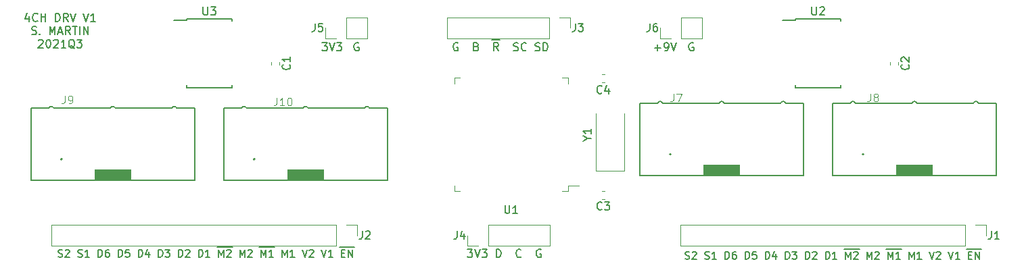
<source format=gbr>
%TF.GenerationSoftware,KiCad,Pcbnew,5.1.9+dfsg1-1*%
%TF.CreationDate,2021-08-18T14:47:46-04:00*%
%TF.ProjectId,custom_toothbrush_board,63757374-6f6d-45f7-946f-6f7468627275,rev?*%
%TF.SameCoordinates,Original*%
%TF.FileFunction,Legend,Top*%
%TF.FilePolarity,Positive*%
%FSLAX46Y46*%
G04 Gerber Fmt 4.6, Leading zero omitted, Abs format (unit mm)*
G04 Created by KiCad (PCBNEW 5.1.9+dfsg1-1) date 2021-08-18 14:47:46*
%MOMM*%
%LPD*%
G01*
G04 APERTURE LIST*
%ADD10C,0.150000*%
%ADD11C,0.120000*%
%ADD12C,0.200000*%
%ADD13C,0.100000*%
%ADD14C,0.081280*%
G04 APERTURE END LIST*
D10*
X18562090Y-72511254D02*
X18694533Y-72555402D01*
X18915271Y-72555402D01*
X19003566Y-72511254D01*
X19047714Y-72467107D01*
X19091861Y-72378811D01*
X19091861Y-72290516D01*
X19047714Y-72202221D01*
X19003566Y-72158073D01*
X18915271Y-72113926D01*
X18738680Y-72069778D01*
X18650385Y-72025630D01*
X18606238Y-71981483D01*
X18562090Y-71893188D01*
X18562090Y-71804892D01*
X18606238Y-71716597D01*
X18650385Y-71672450D01*
X18738680Y-71628302D01*
X18959419Y-71628302D01*
X19091861Y-71672450D01*
X19445042Y-71716597D02*
X19489190Y-71672450D01*
X19577485Y-71628302D01*
X19798223Y-71628302D01*
X19886519Y-71672450D01*
X19930666Y-71716597D01*
X19974814Y-71804892D01*
X19974814Y-71893188D01*
X19930666Y-72025630D01*
X19400895Y-72555402D01*
X19974814Y-72555402D01*
X21034357Y-72511254D02*
X21166800Y-72555402D01*
X21387538Y-72555402D01*
X21475833Y-72511254D01*
X21519980Y-72467107D01*
X21564128Y-72378811D01*
X21564128Y-72290516D01*
X21519980Y-72202221D01*
X21475833Y-72158073D01*
X21387538Y-72113926D01*
X21210947Y-72069778D01*
X21122652Y-72025630D01*
X21078504Y-71981483D01*
X21034357Y-71893188D01*
X21034357Y-71804892D01*
X21078504Y-71716597D01*
X21122652Y-71672450D01*
X21210947Y-71628302D01*
X21431685Y-71628302D01*
X21564128Y-71672450D01*
X22447080Y-72555402D02*
X21917309Y-72555402D01*
X22182195Y-72555402D02*
X22182195Y-71628302D01*
X22093900Y-71760745D01*
X22005604Y-71849040D01*
X21917309Y-71893188D01*
X23550771Y-72555402D02*
X23550771Y-71628302D01*
X23771509Y-71628302D01*
X23903952Y-71672450D01*
X23992247Y-71760745D01*
X24036395Y-71849040D01*
X24080542Y-72025630D01*
X24080542Y-72158073D01*
X24036395Y-72334664D01*
X23992247Y-72422959D01*
X23903952Y-72511254D01*
X23771509Y-72555402D01*
X23550771Y-72555402D01*
X24875200Y-71628302D02*
X24698609Y-71628302D01*
X24610314Y-71672450D01*
X24566166Y-71716597D01*
X24477871Y-71849040D01*
X24433723Y-72025630D01*
X24433723Y-72378811D01*
X24477871Y-72467107D01*
X24522019Y-72511254D01*
X24610314Y-72555402D01*
X24786904Y-72555402D01*
X24875200Y-72511254D01*
X24919347Y-72467107D01*
X24963495Y-72378811D01*
X24963495Y-72158073D01*
X24919347Y-72069778D01*
X24875200Y-72025630D01*
X24786904Y-71981483D01*
X24610314Y-71981483D01*
X24522019Y-72025630D01*
X24477871Y-72069778D01*
X24433723Y-72158073D01*
X26067185Y-72555402D02*
X26067185Y-71628302D01*
X26287923Y-71628302D01*
X26420366Y-71672450D01*
X26508661Y-71760745D01*
X26552809Y-71849040D01*
X26596957Y-72025630D01*
X26596957Y-72158073D01*
X26552809Y-72334664D01*
X26508661Y-72422959D01*
X26420366Y-72511254D01*
X26287923Y-72555402D01*
X26067185Y-72555402D01*
X27435761Y-71628302D02*
X26994285Y-71628302D01*
X26950138Y-72069778D01*
X26994285Y-72025630D01*
X27082580Y-71981483D01*
X27303319Y-71981483D01*
X27391614Y-72025630D01*
X27435761Y-72069778D01*
X27479909Y-72158073D01*
X27479909Y-72378811D01*
X27435761Y-72467107D01*
X27391614Y-72511254D01*
X27303319Y-72555402D01*
X27082580Y-72555402D01*
X26994285Y-72511254D01*
X26950138Y-72467107D01*
X28583600Y-72555402D02*
X28583600Y-71628302D01*
X28804338Y-71628302D01*
X28936780Y-71672450D01*
X29025076Y-71760745D01*
X29069223Y-71849040D01*
X29113371Y-72025630D01*
X29113371Y-72158073D01*
X29069223Y-72334664D01*
X29025076Y-72422959D01*
X28936780Y-72511254D01*
X28804338Y-72555402D01*
X28583600Y-72555402D01*
X29908028Y-71937335D02*
X29908028Y-72555402D01*
X29687290Y-71584154D02*
X29466552Y-72246369D01*
X30040471Y-72246369D01*
X31100014Y-72555402D02*
X31100014Y-71628302D01*
X31320752Y-71628302D01*
X31453195Y-71672450D01*
X31541490Y-71760745D01*
X31585638Y-71849040D01*
X31629785Y-72025630D01*
X31629785Y-72158073D01*
X31585638Y-72334664D01*
X31541490Y-72422959D01*
X31453195Y-72511254D01*
X31320752Y-72555402D01*
X31100014Y-72555402D01*
X31938819Y-71628302D02*
X32512738Y-71628302D01*
X32203704Y-71981483D01*
X32336147Y-71981483D01*
X32424442Y-72025630D01*
X32468590Y-72069778D01*
X32512738Y-72158073D01*
X32512738Y-72378811D01*
X32468590Y-72467107D01*
X32424442Y-72511254D01*
X32336147Y-72555402D01*
X32071261Y-72555402D01*
X31982966Y-72511254D01*
X31938819Y-72467107D01*
X33616428Y-72555402D02*
X33616428Y-71628302D01*
X33837166Y-71628302D01*
X33969609Y-71672450D01*
X34057904Y-71760745D01*
X34102052Y-71849040D01*
X34146200Y-72025630D01*
X34146200Y-72158073D01*
X34102052Y-72334664D01*
X34057904Y-72422959D01*
X33969609Y-72511254D01*
X33837166Y-72555402D01*
X33616428Y-72555402D01*
X34499380Y-71716597D02*
X34543528Y-71672450D01*
X34631823Y-71628302D01*
X34852561Y-71628302D01*
X34940857Y-71672450D01*
X34985004Y-71716597D01*
X35029152Y-71804892D01*
X35029152Y-71893188D01*
X34985004Y-72025630D01*
X34455233Y-72555402D01*
X35029152Y-72555402D01*
X36132842Y-72555402D02*
X36132842Y-71628302D01*
X36353580Y-71628302D01*
X36486023Y-71672450D01*
X36574319Y-71760745D01*
X36618466Y-71849040D01*
X36662614Y-72025630D01*
X36662614Y-72158073D01*
X36618466Y-72334664D01*
X36574319Y-72422959D01*
X36486023Y-72511254D01*
X36353580Y-72555402D01*
X36132842Y-72555402D01*
X37545566Y-72555402D02*
X37015795Y-72555402D01*
X37280680Y-72555402D02*
X37280680Y-71628302D01*
X37192385Y-71760745D01*
X37104090Y-71849040D01*
X37015795Y-71893188D01*
X38428519Y-71273488D02*
X39488061Y-71273488D01*
X38649257Y-72555402D02*
X38649257Y-71628302D01*
X38958290Y-72290516D01*
X39267323Y-71628302D01*
X39267323Y-72555402D01*
X39488061Y-71273488D02*
X40371014Y-71273488D01*
X39664652Y-71716597D02*
X39708800Y-71672450D01*
X39797095Y-71628302D01*
X40017833Y-71628302D01*
X40106128Y-71672450D01*
X40150276Y-71716597D01*
X40194423Y-71804892D01*
X40194423Y-71893188D01*
X40150276Y-72025630D01*
X39620504Y-72555402D01*
X40194423Y-72555402D01*
X41298114Y-72555402D02*
X41298114Y-71628302D01*
X41607147Y-72290516D01*
X41916180Y-71628302D01*
X41916180Y-72555402D01*
X42313509Y-71716597D02*
X42357657Y-71672450D01*
X42445952Y-71628302D01*
X42666690Y-71628302D01*
X42754985Y-71672450D01*
X42799133Y-71716597D01*
X42843280Y-71804892D01*
X42843280Y-71893188D01*
X42799133Y-72025630D01*
X42269361Y-72555402D01*
X42843280Y-72555402D01*
X43726233Y-71273488D02*
X44785776Y-71273488D01*
X43946971Y-72555402D02*
X43946971Y-71628302D01*
X44256004Y-72290516D01*
X44565038Y-71628302D01*
X44565038Y-72555402D01*
X44785776Y-71273488D02*
X45668728Y-71273488D01*
X45492138Y-72555402D02*
X44962366Y-72555402D01*
X45227252Y-72555402D02*
X45227252Y-71628302D01*
X45138957Y-71760745D01*
X45050661Y-71849040D01*
X44962366Y-71893188D01*
X46595828Y-72555402D02*
X46595828Y-71628302D01*
X46904861Y-72290516D01*
X47213895Y-71628302D01*
X47213895Y-72555402D01*
X48140995Y-72555402D02*
X47611223Y-72555402D01*
X47876109Y-72555402D02*
X47876109Y-71628302D01*
X47787814Y-71760745D01*
X47699519Y-71849040D01*
X47611223Y-71893188D01*
X49112242Y-71628302D02*
X49421276Y-72555402D01*
X49730309Y-71628302D01*
X49995195Y-71716597D02*
X50039342Y-71672450D01*
X50127638Y-71628302D01*
X50348376Y-71628302D01*
X50436671Y-71672450D01*
X50480819Y-71716597D01*
X50524966Y-71804892D01*
X50524966Y-71893188D01*
X50480819Y-72025630D01*
X49951047Y-72555402D01*
X50524966Y-72555402D01*
X51496214Y-71628302D02*
X51805247Y-72555402D01*
X52114280Y-71628302D01*
X52908938Y-72555402D02*
X52379166Y-72555402D01*
X52644052Y-72555402D02*
X52644052Y-71628302D01*
X52555757Y-71760745D01*
X52467461Y-71849040D01*
X52379166Y-71893188D01*
X53791890Y-71273488D02*
X54630695Y-71273488D01*
X54012628Y-72069778D02*
X54321661Y-72069778D01*
X54454104Y-72555402D02*
X54012628Y-72555402D01*
X54012628Y-71628302D01*
X54454104Y-71628302D01*
X54630695Y-71273488D02*
X55601942Y-71273488D01*
X54851433Y-72555402D02*
X54851433Y-71628302D01*
X55381204Y-72555402D01*
X55381204Y-71628302D01*
X97048090Y-72765254D02*
X97180533Y-72809402D01*
X97401271Y-72809402D01*
X97489566Y-72765254D01*
X97533714Y-72721107D01*
X97577861Y-72632811D01*
X97577861Y-72544516D01*
X97533714Y-72456221D01*
X97489566Y-72412073D01*
X97401271Y-72367926D01*
X97224680Y-72323778D01*
X97136385Y-72279630D01*
X97092238Y-72235483D01*
X97048090Y-72147188D01*
X97048090Y-72058892D01*
X97092238Y-71970597D01*
X97136385Y-71926450D01*
X97224680Y-71882302D01*
X97445419Y-71882302D01*
X97577861Y-71926450D01*
X97931042Y-71970597D02*
X97975190Y-71926450D01*
X98063485Y-71882302D01*
X98284223Y-71882302D01*
X98372519Y-71926450D01*
X98416666Y-71970597D01*
X98460814Y-72058892D01*
X98460814Y-72147188D01*
X98416666Y-72279630D01*
X97886895Y-72809402D01*
X98460814Y-72809402D01*
X99520357Y-72765254D02*
X99652800Y-72809402D01*
X99873538Y-72809402D01*
X99961833Y-72765254D01*
X100005980Y-72721107D01*
X100050128Y-72632811D01*
X100050128Y-72544516D01*
X100005980Y-72456221D01*
X99961833Y-72412073D01*
X99873538Y-72367926D01*
X99696947Y-72323778D01*
X99608652Y-72279630D01*
X99564504Y-72235483D01*
X99520357Y-72147188D01*
X99520357Y-72058892D01*
X99564504Y-71970597D01*
X99608652Y-71926450D01*
X99696947Y-71882302D01*
X99917685Y-71882302D01*
X100050128Y-71926450D01*
X100933080Y-72809402D02*
X100403309Y-72809402D01*
X100668195Y-72809402D02*
X100668195Y-71882302D01*
X100579900Y-72014745D01*
X100491604Y-72103040D01*
X100403309Y-72147188D01*
X102036771Y-72809402D02*
X102036771Y-71882302D01*
X102257509Y-71882302D01*
X102389952Y-71926450D01*
X102478247Y-72014745D01*
X102522395Y-72103040D01*
X102566542Y-72279630D01*
X102566542Y-72412073D01*
X102522395Y-72588664D01*
X102478247Y-72676959D01*
X102389952Y-72765254D01*
X102257509Y-72809402D01*
X102036771Y-72809402D01*
X103361200Y-71882302D02*
X103184609Y-71882302D01*
X103096314Y-71926450D01*
X103052166Y-71970597D01*
X102963871Y-72103040D01*
X102919723Y-72279630D01*
X102919723Y-72632811D01*
X102963871Y-72721107D01*
X103008019Y-72765254D01*
X103096314Y-72809402D01*
X103272904Y-72809402D01*
X103361200Y-72765254D01*
X103405347Y-72721107D01*
X103449495Y-72632811D01*
X103449495Y-72412073D01*
X103405347Y-72323778D01*
X103361200Y-72279630D01*
X103272904Y-72235483D01*
X103096314Y-72235483D01*
X103008019Y-72279630D01*
X102963871Y-72323778D01*
X102919723Y-72412073D01*
X104553185Y-72809402D02*
X104553185Y-71882302D01*
X104773923Y-71882302D01*
X104906366Y-71926450D01*
X104994661Y-72014745D01*
X105038809Y-72103040D01*
X105082957Y-72279630D01*
X105082957Y-72412073D01*
X105038809Y-72588664D01*
X104994661Y-72676959D01*
X104906366Y-72765254D01*
X104773923Y-72809402D01*
X104553185Y-72809402D01*
X105921761Y-71882302D02*
X105480285Y-71882302D01*
X105436138Y-72323778D01*
X105480285Y-72279630D01*
X105568580Y-72235483D01*
X105789319Y-72235483D01*
X105877614Y-72279630D01*
X105921761Y-72323778D01*
X105965909Y-72412073D01*
X105965909Y-72632811D01*
X105921761Y-72721107D01*
X105877614Y-72765254D01*
X105789319Y-72809402D01*
X105568580Y-72809402D01*
X105480285Y-72765254D01*
X105436138Y-72721107D01*
X107069600Y-72809402D02*
X107069600Y-71882302D01*
X107290338Y-71882302D01*
X107422780Y-71926450D01*
X107511076Y-72014745D01*
X107555223Y-72103040D01*
X107599371Y-72279630D01*
X107599371Y-72412073D01*
X107555223Y-72588664D01*
X107511076Y-72676959D01*
X107422780Y-72765254D01*
X107290338Y-72809402D01*
X107069600Y-72809402D01*
X108394028Y-72191335D02*
X108394028Y-72809402D01*
X108173290Y-71838154D02*
X107952552Y-72500369D01*
X108526471Y-72500369D01*
X109586014Y-72809402D02*
X109586014Y-71882302D01*
X109806752Y-71882302D01*
X109939195Y-71926450D01*
X110027490Y-72014745D01*
X110071638Y-72103040D01*
X110115785Y-72279630D01*
X110115785Y-72412073D01*
X110071638Y-72588664D01*
X110027490Y-72676959D01*
X109939195Y-72765254D01*
X109806752Y-72809402D01*
X109586014Y-72809402D01*
X110424819Y-71882302D02*
X110998738Y-71882302D01*
X110689704Y-72235483D01*
X110822147Y-72235483D01*
X110910442Y-72279630D01*
X110954590Y-72323778D01*
X110998738Y-72412073D01*
X110998738Y-72632811D01*
X110954590Y-72721107D01*
X110910442Y-72765254D01*
X110822147Y-72809402D01*
X110557261Y-72809402D01*
X110468966Y-72765254D01*
X110424819Y-72721107D01*
X112102428Y-72809402D02*
X112102428Y-71882302D01*
X112323166Y-71882302D01*
X112455609Y-71926450D01*
X112543904Y-72014745D01*
X112588052Y-72103040D01*
X112632200Y-72279630D01*
X112632200Y-72412073D01*
X112588052Y-72588664D01*
X112543904Y-72676959D01*
X112455609Y-72765254D01*
X112323166Y-72809402D01*
X112102428Y-72809402D01*
X112985380Y-71970597D02*
X113029528Y-71926450D01*
X113117823Y-71882302D01*
X113338561Y-71882302D01*
X113426857Y-71926450D01*
X113471004Y-71970597D01*
X113515152Y-72058892D01*
X113515152Y-72147188D01*
X113471004Y-72279630D01*
X112941233Y-72809402D01*
X113515152Y-72809402D01*
X114618842Y-72809402D02*
X114618842Y-71882302D01*
X114839580Y-71882302D01*
X114972023Y-71926450D01*
X115060319Y-72014745D01*
X115104466Y-72103040D01*
X115148614Y-72279630D01*
X115148614Y-72412073D01*
X115104466Y-72588664D01*
X115060319Y-72676959D01*
X114972023Y-72765254D01*
X114839580Y-72809402D01*
X114618842Y-72809402D01*
X116031566Y-72809402D02*
X115501795Y-72809402D01*
X115766680Y-72809402D02*
X115766680Y-71882302D01*
X115678385Y-72014745D01*
X115590090Y-72103040D01*
X115501795Y-72147188D01*
X116914519Y-71527488D02*
X117974061Y-71527488D01*
X117135257Y-72809402D02*
X117135257Y-71882302D01*
X117444290Y-72544516D01*
X117753323Y-71882302D01*
X117753323Y-72809402D01*
X117974061Y-71527488D02*
X118857014Y-71527488D01*
X118150652Y-71970597D02*
X118194800Y-71926450D01*
X118283095Y-71882302D01*
X118503833Y-71882302D01*
X118592128Y-71926450D01*
X118636276Y-71970597D01*
X118680423Y-72058892D01*
X118680423Y-72147188D01*
X118636276Y-72279630D01*
X118106504Y-72809402D01*
X118680423Y-72809402D01*
X119784114Y-72809402D02*
X119784114Y-71882302D01*
X120093147Y-72544516D01*
X120402180Y-71882302D01*
X120402180Y-72809402D01*
X120799509Y-71970597D02*
X120843657Y-71926450D01*
X120931952Y-71882302D01*
X121152690Y-71882302D01*
X121240985Y-71926450D01*
X121285133Y-71970597D01*
X121329280Y-72058892D01*
X121329280Y-72147188D01*
X121285133Y-72279630D01*
X120755361Y-72809402D01*
X121329280Y-72809402D01*
X122212233Y-71527488D02*
X123271776Y-71527488D01*
X122432971Y-72809402D02*
X122432971Y-71882302D01*
X122742004Y-72544516D01*
X123051038Y-71882302D01*
X123051038Y-72809402D01*
X123271776Y-71527488D02*
X124154728Y-71527488D01*
X123978138Y-72809402D02*
X123448366Y-72809402D01*
X123713252Y-72809402D02*
X123713252Y-71882302D01*
X123624957Y-72014745D01*
X123536661Y-72103040D01*
X123448366Y-72147188D01*
X125081828Y-72809402D02*
X125081828Y-71882302D01*
X125390861Y-72544516D01*
X125699895Y-71882302D01*
X125699895Y-72809402D01*
X126626995Y-72809402D02*
X126097223Y-72809402D01*
X126362109Y-72809402D02*
X126362109Y-71882302D01*
X126273814Y-72014745D01*
X126185519Y-72103040D01*
X126097223Y-72147188D01*
X127598242Y-71882302D02*
X127907276Y-72809402D01*
X128216309Y-71882302D01*
X128481195Y-71970597D02*
X128525342Y-71926450D01*
X128613638Y-71882302D01*
X128834376Y-71882302D01*
X128922671Y-71926450D01*
X128966819Y-71970597D01*
X129010966Y-72058892D01*
X129010966Y-72147188D01*
X128966819Y-72279630D01*
X128437047Y-72809402D01*
X129010966Y-72809402D01*
X129982214Y-71882302D02*
X130291247Y-72809402D01*
X130600280Y-71882302D01*
X131394938Y-72809402D02*
X130865166Y-72809402D01*
X131130052Y-72809402D02*
X131130052Y-71882302D01*
X131041757Y-72014745D01*
X130953461Y-72103040D01*
X130865166Y-72147188D01*
X132277890Y-71527488D02*
X133116695Y-71527488D01*
X132498628Y-72323778D02*
X132807661Y-72323778D01*
X132940104Y-72809402D02*
X132498628Y-72809402D01*
X132498628Y-71882302D01*
X132940104Y-71882302D01*
X133116695Y-71527488D02*
X134087942Y-71527488D01*
X133337433Y-72809402D02*
X133337433Y-71882302D01*
X133867204Y-72809402D01*
X133867204Y-71882302D01*
X69779142Y-71588380D02*
X70398190Y-71588380D01*
X70064857Y-71969333D01*
X70207714Y-71969333D01*
X70302952Y-72016952D01*
X70350571Y-72064571D01*
X70398190Y-72159809D01*
X70398190Y-72397904D01*
X70350571Y-72493142D01*
X70302952Y-72540761D01*
X70207714Y-72588380D01*
X69922000Y-72588380D01*
X69826761Y-72540761D01*
X69779142Y-72493142D01*
X70683904Y-71588380D02*
X71017238Y-72588380D01*
X71350571Y-71588380D01*
X71588666Y-71588380D02*
X72207714Y-71588380D01*
X71874380Y-71969333D01*
X72017238Y-71969333D01*
X72112476Y-72016952D01*
X72160095Y-72064571D01*
X72207714Y-72159809D01*
X72207714Y-72397904D01*
X72160095Y-72493142D01*
X72112476Y-72540761D01*
X72017238Y-72588380D01*
X71731523Y-72588380D01*
X71636285Y-72540761D01*
X71588666Y-72493142D01*
X73398190Y-72588380D02*
X73398190Y-71588380D01*
X73636285Y-71588380D01*
X73779142Y-71636000D01*
X73874380Y-71731238D01*
X73922000Y-71826476D01*
X73969619Y-72016952D01*
X73969619Y-72159809D01*
X73922000Y-72350285D01*
X73874380Y-72445523D01*
X73779142Y-72540761D01*
X73636285Y-72588380D01*
X73398190Y-72588380D01*
X76493428Y-72493142D02*
X76445809Y-72540761D01*
X76302952Y-72588380D01*
X76207714Y-72588380D01*
X76064857Y-72540761D01*
X75969619Y-72445523D01*
X75922000Y-72350285D01*
X75874380Y-72159809D01*
X75874380Y-72016952D01*
X75922000Y-71826476D01*
X75969619Y-71731238D01*
X76064857Y-71636000D01*
X76207714Y-71588380D01*
X76302952Y-71588380D01*
X76445809Y-71636000D01*
X76493428Y-71683619D01*
X78969619Y-71636000D02*
X78874380Y-71588380D01*
X78731523Y-71588380D01*
X78588666Y-71636000D01*
X78493428Y-71731238D01*
X78445809Y-71826476D01*
X78398190Y-72016952D01*
X78398190Y-72159809D01*
X78445809Y-72350285D01*
X78493428Y-72445523D01*
X78588666Y-72540761D01*
X78731523Y-72588380D01*
X78826761Y-72588380D01*
X78969619Y-72540761D01*
X79017238Y-72493142D01*
X79017238Y-72159809D01*
X78826761Y-72159809D01*
X68556857Y-45728000D02*
X68461619Y-45680380D01*
X68318761Y-45680380D01*
X68175904Y-45728000D01*
X68080666Y-45823238D01*
X68033047Y-45918476D01*
X67985428Y-46108952D01*
X67985428Y-46251809D01*
X68033047Y-46442285D01*
X68080666Y-46537523D01*
X68175904Y-46632761D01*
X68318761Y-46680380D01*
X68414000Y-46680380D01*
X68556857Y-46632761D01*
X68604476Y-46585142D01*
X68604476Y-46251809D01*
X68414000Y-46251809D01*
X70890190Y-46156571D02*
X71033047Y-46204190D01*
X71080666Y-46251809D01*
X71128285Y-46347047D01*
X71128285Y-46489904D01*
X71080666Y-46585142D01*
X71033047Y-46632761D01*
X70937809Y-46680380D01*
X70556857Y-46680380D01*
X70556857Y-45680380D01*
X70890190Y-45680380D01*
X70985428Y-45728000D01*
X71033047Y-45775619D01*
X71080666Y-45870857D01*
X71080666Y-45966095D01*
X71033047Y-46061333D01*
X70985428Y-46108952D01*
X70890190Y-46156571D01*
X70556857Y-46156571D01*
X72842571Y-45313000D02*
X73842571Y-45313000D01*
X73652095Y-46680380D02*
X73318761Y-46204190D01*
X73080666Y-46680380D02*
X73080666Y-45680380D01*
X73461619Y-45680380D01*
X73556857Y-45728000D01*
X73604476Y-45775619D01*
X73652095Y-45870857D01*
X73652095Y-46013714D01*
X73604476Y-46108952D01*
X73556857Y-46156571D01*
X73461619Y-46204190D01*
X73080666Y-46204190D01*
X75556857Y-46632761D02*
X75699714Y-46680380D01*
X75937809Y-46680380D01*
X76033047Y-46632761D01*
X76080666Y-46585142D01*
X76128285Y-46489904D01*
X76128285Y-46394666D01*
X76080666Y-46299428D01*
X76033047Y-46251809D01*
X75937809Y-46204190D01*
X75747333Y-46156571D01*
X75652095Y-46108952D01*
X75604476Y-46061333D01*
X75556857Y-45966095D01*
X75556857Y-45870857D01*
X75604476Y-45775619D01*
X75652095Y-45728000D01*
X75747333Y-45680380D01*
X75985428Y-45680380D01*
X76128285Y-45728000D01*
X77128285Y-46585142D02*
X77080666Y-46632761D01*
X76937809Y-46680380D01*
X76842571Y-46680380D01*
X76699714Y-46632761D01*
X76604476Y-46537523D01*
X76556857Y-46442285D01*
X76509238Y-46251809D01*
X76509238Y-46108952D01*
X76556857Y-45918476D01*
X76604476Y-45823238D01*
X76699714Y-45728000D01*
X76842571Y-45680380D01*
X76937809Y-45680380D01*
X77080666Y-45728000D01*
X77128285Y-45775619D01*
X78271142Y-46632761D02*
X78414000Y-46680380D01*
X78652095Y-46680380D01*
X78747333Y-46632761D01*
X78794952Y-46585142D01*
X78842571Y-46489904D01*
X78842571Y-46394666D01*
X78794952Y-46299428D01*
X78747333Y-46251809D01*
X78652095Y-46204190D01*
X78461619Y-46156571D01*
X78366380Y-46108952D01*
X78318761Y-46061333D01*
X78271142Y-45966095D01*
X78271142Y-45870857D01*
X78318761Y-45775619D01*
X78366380Y-45728000D01*
X78461619Y-45680380D01*
X78699714Y-45680380D01*
X78842571Y-45728000D01*
X79271142Y-46680380D02*
X79271142Y-45680380D01*
X79509238Y-45680380D01*
X79652095Y-45728000D01*
X79747333Y-45823238D01*
X79794952Y-45918476D01*
X79842571Y-46108952D01*
X79842571Y-46251809D01*
X79794952Y-46442285D01*
X79747333Y-46537523D01*
X79652095Y-46632761D01*
X79509238Y-46680380D01*
X79271142Y-46680380D01*
X56141904Y-45728000D02*
X56046666Y-45680380D01*
X55903809Y-45680380D01*
X55760952Y-45728000D01*
X55665714Y-45823238D01*
X55618095Y-45918476D01*
X55570476Y-46108952D01*
X55570476Y-46251809D01*
X55618095Y-46442285D01*
X55665714Y-46537523D01*
X55760952Y-46632761D01*
X55903809Y-46680380D01*
X55999047Y-46680380D01*
X56141904Y-46632761D01*
X56189523Y-46585142D01*
X56189523Y-46251809D01*
X55999047Y-46251809D01*
X51593904Y-45680380D02*
X52212952Y-45680380D01*
X51879619Y-46061333D01*
X52022476Y-46061333D01*
X52117714Y-46108952D01*
X52165333Y-46156571D01*
X52212952Y-46251809D01*
X52212952Y-46489904D01*
X52165333Y-46585142D01*
X52117714Y-46632761D01*
X52022476Y-46680380D01*
X51736761Y-46680380D01*
X51641523Y-46632761D01*
X51593904Y-46585142D01*
X52498666Y-45680380D02*
X52832000Y-46680380D01*
X53165333Y-45680380D01*
X53403428Y-45680380D02*
X54022476Y-45680380D01*
X53689142Y-46061333D01*
X53832000Y-46061333D01*
X53927238Y-46108952D01*
X53974857Y-46156571D01*
X54022476Y-46251809D01*
X54022476Y-46489904D01*
X53974857Y-46585142D01*
X53927238Y-46632761D01*
X53832000Y-46680380D01*
X53546285Y-46680380D01*
X53451047Y-46632761D01*
X53403428Y-46585142D01*
X98051904Y-45728000D02*
X97956666Y-45680380D01*
X97813809Y-45680380D01*
X97670952Y-45728000D01*
X97575714Y-45823238D01*
X97528095Y-45918476D01*
X97480476Y-46108952D01*
X97480476Y-46251809D01*
X97528095Y-46442285D01*
X97575714Y-46537523D01*
X97670952Y-46632761D01*
X97813809Y-46680380D01*
X97909047Y-46680380D01*
X98051904Y-46632761D01*
X98099523Y-46585142D01*
X98099523Y-46251809D01*
X97909047Y-46251809D01*
X93202285Y-46299428D02*
X93964190Y-46299428D01*
X93583238Y-46680380D02*
X93583238Y-45918476D01*
X94488000Y-46680380D02*
X94678476Y-46680380D01*
X94773714Y-46632761D01*
X94821333Y-46585142D01*
X94916571Y-46442285D01*
X94964190Y-46251809D01*
X94964190Y-45870857D01*
X94916571Y-45775619D01*
X94868952Y-45728000D01*
X94773714Y-45680380D01*
X94583238Y-45680380D01*
X94488000Y-45728000D01*
X94440380Y-45775619D01*
X94392761Y-45870857D01*
X94392761Y-46108952D01*
X94440380Y-46204190D01*
X94488000Y-46251809D01*
X94583238Y-46299428D01*
X94773714Y-46299428D01*
X94868952Y-46251809D01*
X94916571Y-46204190D01*
X94964190Y-46108952D01*
X95249904Y-45680380D02*
X95583238Y-46680380D01*
X95916571Y-45680380D01*
X14867428Y-42331714D02*
X14867428Y-42998380D01*
X14629333Y-41950761D02*
X14391238Y-42665047D01*
X15010285Y-42665047D01*
X15962666Y-42903142D02*
X15915047Y-42950761D01*
X15772190Y-42998380D01*
X15676952Y-42998380D01*
X15534095Y-42950761D01*
X15438857Y-42855523D01*
X15391238Y-42760285D01*
X15343619Y-42569809D01*
X15343619Y-42426952D01*
X15391238Y-42236476D01*
X15438857Y-42141238D01*
X15534095Y-42046000D01*
X15676952Y-41998380D01*
X15772190Y-41998380D01*
X15915047Y-42046000D01*
X15962666Y-42093619D01*
X16391238Y-42998380D02*
X16391238Y-41998380D01*
X16391238Y-42474571D02*
X16962666Y-42474571D01*
X16962666Y-42998380D02*
X16962666Y-41998380D01*
X18200761Y-42998380D02*
X18200761Y-41998380D01*
X18438857Y-41998380D01*
X18581714Y-42046000D01*
X18676952Y-42141238D01*
X18724571Y-42236476D01*
X18772190Y-42426952D01*
X18772190Y-42569809D01*
X18724571Y-42760285D01*
X18676952Y-42855523D01*
X18581714Y-42950761D01*
X18438857Y-42998380D01*
X18200761Y-42998380D01*
X19772190Y-42998380D02*
X19438857Y-42522190D01*
X19200761Y-42998380D02*
X19200761Y-41998380D01*
X19581714Y-41998380D01*
X19676952Y-42046000D01*
X19724571Y-42093619D01*
X19772190Y-42188857D01*
X19772190Y-42331714D01*
X19724571Y-42426952D01*
X19676952Y-42474571D01*
X19581714Y-42522190D01*
X19200761Y-42522190D01*
X20057904Y-41998380D02*
X20391238Y-42998380D01*
X20724571Y-41998380D01*
X21676952Y-41998380D02*
X22010285Y-42998380D01*
X22343619Y-41998380D01*
X23200761Y-42998380D02*
X22629333Y-42998380D01*
X22915047Y-42998380D02*
X22915047Y-41998380D01*
X22819809Y-42141238D01*
X22724571Y-42236476D01*
X22629333Y-42284095D01*
X15248380Y-44600761D02*
X15391238Y-44648380D01*
X15629333Y-44648380D01*
X15724571Y-44600761D01*
X15772190Y-44553142D01*
X15819809Y-44457904D01*
X15819809Y-44362666D01*
X15772190Y-44267428D01*
X15724571Y-44219809D01*
X15629333Y-44172190D01*
X15438857Y-44124571D01*
X15343619Y-44076952D01*
X15296000Y-44029333D01*
X15248380Y-43934095D01*
X15248380Y-43838857D01*
X15296000Y-43743619D01*
X15343619Y-43696000D01*
X15438857Y-43648380D01*
X15676952Y-43648380D01*
X15819809Y-43696000D01*
X16248380Y-44553142D02*
X16296000Y-44600761D01*
X16248380Y-44648380D01*
X16200761Y-44600761D01*
X16248380Y-44553142D01*
X16248380Y-44648380D01*
X17486476Y-44648380D02*
X17486476Y-43648380D01*
X17819809Y-44362666D01*
X18153142Y-43648380D01*
X18153142Y-44648380D01*
X18581714Y-44362666D02*
X19057904Y-44362666D01*
X18486476Y-44648380D02*
X18819809Y-43648380D01*
X19153142Y-44648380D01*
X20057904Y-44648380D02*
X19724571Y-44172190D01*
X19486476Y-44648380D02*
X19486476Y-43648380D01*
X19867428Y-43648380D01*
X19962666Y-43696000D01*
X20010285Y-43743619D01*
X20057904Y-43838857D01*
X20057904Y-43981714D01*
X20010285Y-44076952D01*
X19962666Y-44124571D01*
X19867428Y-44172190D01*
X19486476Y-44172190D01*
X20343619Y-43648380D02*
X20915047Y-43648380D01*
X20629333Y-44648380D02*
X20629333Y-43648380D01*
X21248380Y-44648380D02*
X21248380Y-43648380D01*
X21724571Y-44648380D02*
X21724571Y-43648380D01*
X22296000Y-44648380D01*
X22296000Y-43648380D01*
X16081714Y-45393619D02*
X16129333Y-45346000D01*
X16224571Y-45298380D01*
X16462666Y-45298380D01*
X16557904Y-45346000D01*
X16605523Y-45393619D01*
X16653142Y-45488857D01*
X16653142Y-45584095D01*
X16605523Y-45726952D01*
X16034095Y-46298380D01*
X16653142Y-46298380D01*
X17272190Y-45298380D02*
X17367428Y-45298380D01*
X17462666Y-45346000D01*
X17510285Y-45393619D01*
X17557904Y-45488857D01*
X17605523Y-45679333D01*
X17605523Y-45917428D01*
X17557904Y-46107904D01*
X17510285Y-46203142D01*
X17462666Y-46250761D01*
X17367428Y-46298380D01*
X17272190Y-46298380D01*
X17176952Y-46250761D01*
X17129333Y-46203142D01*
X17081714Y-46107904D01*
X17034095Y-45917428D01*
X17034095Y-45679333D01*
X17081714Y-45488857D01*
X17129333Y-45393619D01*
X17176952Y-45346000D01*
X17272190Y-45298380D01*
X17986476Y-45393619D02*
X18034095Y-45346000D01*
X18129333Y-45298380D01*
X18367428Y-45298380D01*
X18462666Y-45346000D01*
X18510285Y-45393619D01*
X18557904Y-45488857D01*
X18557904Y-45584095D01*
X18510285Y-45726952D01*
X17938857Y-46298380D01*
X18557904Y-46298380D01*
X19510285Y-46298380D02*
X18938857Y-46298380D01*
X19224571Y-46298380D02*
X19224571Y-45298380D01*
X19129333Y-45441238D01*
X19034095Y-45536476D01*
X18938857Y-45584095D01*
X20605523Y-46393619D02*
X20510285Y-46346000D01*
X20415047Y-46250761D01*
X20272190Y-46107904D01*
X20176952Y-46060285D01*
X20081714Y-46060285D01*
X20129333Y-46298380D02*
X20034095Y-46250761D01*
X19938857Y-46155523D01*
X19891238Y-45965047D01*
X19891238Y-45631714D01*
X19938857Y-45441238D01*
X20034095Y-45346000D01*
X20129333Y-45298380D01*
X20319809Y-45298380D01*
X20415047Y-45346000D01*
X20510285Y-45441238D01*
X20557904Y-45631714D01*
X20557904Y-45965047D01*
X20510285Y-46155523D01*
X20415047Y-46250761D01*
X20319809Y-46298380D01*
X20129333Y-46298380D01*
X20891238Y-45298380D02*
X21510285Y-45298380D01*
X21176952Y-45679333D01*
X21319809Y-45679333D01*
X21415047Y-45726952D01*
X21462666Y-45774571D01*
X21510285Y-45869809D01*
X21510285Y-46107904D01*
X21462666Y-46203142D01*
X21415047Y-46250761D01*
X21319809Y-46298380D01*
X21034095Y-46298380D01*
X20938857Y-46250761D01*
X20891238Y-46203142D01*
D11*
%TO.C,C1*%
X45210000Y-48113733D02*
X45210000Y-48406267D01*
X46230000Y-48113733D02*
X46230000Y-48406267D01*
%TO.C,C2*%
X123700000Y-48113733D02*
X123700000Y-48406267D01*
X122680000Y-48113733D02*
X122680000Y-48406267D01*
%TO.C,J1*%
X134680000Y-68520000D02*
X134680000Y-69850000D01*
X133350000Y-68520000D02*
X134680000Y-68520000D01*
X132080000Y-68520000D02*
X132080000Y-71180000D01*
X132080000Y-71180000D02*
X96460000Y-71180000D01*
X132080000Y-68520000D02*
X96460000Y-68520000D01*
X96460000Y-68520000D02*
X96460000Y-71180000D01*
%TO.C,J2*%
X17720000Y-68520000D02*
X17720000Y-71180000D01*
X53340000Y-68520000D02*
X17720000Y-68520000D01*
X53340000Y-71180000D02*
X17720000Y-71180000D01*
X53340000Y-68520000D02*
X53340000Y-71180000D01*
X54610000Y-68520000D02*
X55940000Y-68520000D01*
X55940000Y-68520000D02*
X55940000Y-69850000D01*
%TO.C,J3*%
X82610000Y-42485000D02*
X82610000Y-43815000D01*
X81280000Y-42485000D02*
X82610000Y-42485000D01*
X80010000Y-42485000D02*
X80010000Y-45145000D01*
X80010000Y-45145000D02*
X67250000Y-45145000D01*
X80010000Y-42485000D02*
X67250000Y-42485000D01*
X67250000Y-42485000D02*
X67250000Y-45145000D01*
%TO.C,J4*%
X69790000Y-71180000D02*
X69790000Y-69850000D01*
X71120000Y-71180000D02*
X69790000Y-71180000D01*
X72390000Y-71180000D02*
X72390000Y-68520000D01*
X72390000Y-68520000D02*
X80070000Y-68520000D01*
X72390000Y-71180000D02*
X80070000Y-71180000D01*
X80070000Y-71180000D02*
X80070000Y-68520000D01*
%TO.C,J6*%
X93920000Y-45145000D02*
X93920000Y-43815000D01*
X95250000Y-45145000D02*
X93920000Y-45145000D01*
X96520000Y-45145000D02*
X96520000Y-42485000D01*
X96520000Y-42485000D02*
X99120000Y-42485000D01*
X96520000Y-45145000D02*
X99120000Y-45145000D01*
X99120000Y-45145000D02*
X99120000Y-42485000D01*
%TO.C,U1*%
X82350000Y-63615000D02*
X83715000Y-63615000D01*
X82350000Y-64315000D02*
X82350000Y-63615000D01*
X81650000Y-64315000D02*
X82350000Y-64315000D01*
X68130000Y-64315000D02*
X68130000Y-63615000D01*
X68830000Y-64315000D02*
X68130000Y-64315000D01*
X82350000Y-50095000D02*
X82350000Y-50795000D01*
X81650000Y-50095000D02*
X82350000Y-50095000D01*
X68130000Y-50095000D02*
X68130000Y-50795000D01*
X68830000Y-50095000D02*
X68130000Y-50095000D01*
D10*
%TO.C,U2*%
X110790000Y-42890000D02*
X109190000Y-42890000D01*
X110790000Y-51315000D02*
X116540000Y-51315000D01*
X110790000Y-42665000D02*
X116540000Y-42665000D01*
X110790000Y-51315000D02*
X110790000Y-51015000D01*
X116540000Y-51315000D02*
X116540000Y-51015000D01*
X116540000Y-42665000D02*
X116540000Y-42965000D01*
X110790000Y-42665000D02*
X110790000Y-42890000D01*
%TO.C,U3*%
X34590000Y-42665000D02*
X34590000Y-42890000D01*
X40340000Y-42665000D02*
X40340000Y-42965000D01*
X40340000Y-51315000D02*
X40340000Y-51015000D01*
X34590000Y-51315000D02*
X34590000Y-51015000D01*
X34590000Y-42665000D02*
X40340000Y-42665000D01*
X34590000Y-51315000D02*
X40340000Y-51315000D01*
X34590000Y-42890000D02*
X32990000Y-42890000D01*
D12*
%TO.C,J7*%
X91320000Y-53260000D02*
X91320000Y-62310000D01*
X91320000Y-62310000D02*
X111880000Y-62310000D01*
X111880000Y-62310000D02*
X111880000Y-53260000D01*
X93570000Y-53260000D02*
X91320000Y-53260000D01*
X94210001Y-53260002D02*
G75*
G03*
X93570000Y-53260000I-320001J-124999D01*
G01*
X101270000Y-53260000D02*
X94210000Y-53260000D01*
X101910001Y-53260002D02*
G75*
G03*
X101270000Y-53260000I-320001J-124999D01*
G01*
X108970000Y-53260000D02*
X101910000Y-53260000D01*
X109610001Y-53260002D02*
G75*
G03*
X108970000Y-53260000I-320001J-124999D01*
G01*
X109610000Y-53260000D02*
X111880000Y-53260000D01*
X95260000Y-59655000D02*
G75*
G03*
X95260000Y-59655000I-100000J0D01*
G01*
D13*
G36*
X99350000Y-62210000D02*
G01*
X103850000Y-62210000D01*
X103850000Y-60960000D01*
X99350000Y-60960000D01*
X99350000Y-62210000D01*
G37*
D12*
%TO.C,J9*%
X15120000Y-53895000D02*
X15120000Y-62945000D01*
X15120000Y-62945000D02*
X35680000Y-62945000D01*
X35680000Y-62945000D02*
X35680000Y-53895000D01*
X17370000Y-53895000D02*
X15120000Y-53895000D01*
X18010001Y-53895002D02*
G75*
G03*
X17370000Y-53895000I-320001J-124999D01*
G01*
X25070000Y-53895000D02*
X18010000Y-53895000D01*
X25710001Y-53895002D02*
G75*
G03*
X25070000Y-53895000I-320001J-124999D01*
G01*
X32770000Y-53895000D02*
X25710000Y-53895000D01*
X33410001Y-53895002D02*
G75*
G03*
X32770000Y-53895000I-320001J-124999D01*
G01*
X33410000Y-53895000D02*
X35680000Y-53895000D01*
X19060000Y-60290000D02*
G75*
G03*
X19060000Y-60290000I-100000J0D01*
G01*
D13*
G36*
X23150000Y-62845000D02*
G01*
X27650000Y-62845000D01*
X27650000Y-61595000D01*
X23150000Y-61595000D01*
X23150000Y-62845000D01*
G37*
D11*
%TO.C,J5*%
X52010000Y-45145000D02*
X52010000Y-43815000D01*
X53340000Y-45145000D02*
X52010000Y-45145000D01*
X54610000Y-45145000D02*
X54610000Y-42485000D01*
X54610000Y-42485000D02*
X57210000Y-42485000D01*
X54610000Y-45145000D02*
X57210000Y-45145000D01*
X57210000Y-45145000D02*
X57210000Y-42485000D01*
D12*
%TO.C,J8*%
X115450000Y-53260000D02*
X115450000Y-62310000D01*
X115450000Y-62310000D02*
X136010000Y-62310000D01*
X136010000Y-62310000D02*
X136010000Y-53260000D01*
X117700000Y-53260000D02*
X115450000Y-53260000D01*
X118340001Y-53260002D02*
G75*
G03*
X117700000Y-53260000I-320001J-124999D01*
G01*
X125400000Y-53260000D02*
X118340000Y-53260000D01*
X126040001Y-53260002D02*
G75*
G03*
X125400000Y-53260000I-320001J-124999D01*
G01*
X133100000Y-53260000D02*
X126040000Y-53260000D01*
X133740001Y-53260002D02*
G75*
G03*
X133100000Y-53260000I-320001J-124999D01*
G01*
X133740000Y-53260000D02*
X136010000Y-53260000D01*
X119390000Y-59655000D02*
G75*
G03*
X119390000Y-59655000I-100000J0D01*
G01*
D13*
G36*
X123480000Y-62210000D02*
G01*
X127980000Y-62210000D01*
X127980000Y-60960000D01*
X123480000Y-60960000D01*
X123480000Y-62210000D01*
G37*
%TO.C,J10*%
G36*
X47280000Y-62845000D02*
G01*
X51780000Y-62845000D01*
X51780000Y-61595000D01*
X47280000Y-61595000D01*
X47280000Y-62845000D01*
G37*
D12*
X43190000Y-60290000D02*
G75*
G03*
X43190000Y-60290000I-100000J0D01*
G01*
X57540000Y-53895000D02*
X59810000Y-53895000D01*
X57540001Y-53895002D02*
G75*
G03*
X56900000Y-53895000I-320001J-124999D01*
G01*
X56900000Y-53895000D02*
X49840000Y-53895000D01*
X49840001Y-53895002D02*
G75*
G03*
X49200000Y-53895000I-320001J-124999D01*
G01*
X49200000Y-53895000D02*
X42140000Y-53895000D01*
X42140001Y-53895002D02*
G75*
G03*
X41500000Y-53895000I-320001J-124999D01*
G01*
X41500000Y-53895000D02*
X39250000Y-53895000D01*
X59810000Y-62945000D02*
X59810000Y-53895000D01*
X39250000Y-62945000D02*
X59810000Y-62945000D01*
X39250000Y-53895000D02*
X39250000Y-62945000D01*
D11*
%TO.C,C3*%
X86913767Y-65280000D02*
X86621233Y-65280000D01*
X86913767Y-64260000D02*
X86621233Y-64260000D01*
%TO.C,C4*%
X86913767Y-49655000D02*
X86621233Y-49655000D01*
X86913767Y-50675000D02*
X86621233Y-50675000D01*
%TO.C,Y1*%
X89430000Y-61760000D02*
X89430000Y-54510000D01*
X85830000Y-61760000D02*
X89430000Y-61760000D01*
X85830000Y-54510000D02*
X85830000Y-61760000D01*
%TO.C,C1*%
D10*
X47507142Y-48426666D02*
X47554761Y-48474285D01*
X47602380Y-48617142D01*
X47602380Y-48712380D01*
X47554761Y-48855238D01*
X47459523Y-48950476D01*
X47364285Y-48998095D01*
X47173809Y-49045714D01*
X47030952Y-49045714D01*
X46840476Y-48998095D01*
X46745238Y-48950476D01*
X46650000Y-48855238D01*
X46602380Y-48712380D01*
X46602380Y-48617142D01*
X46650000Y-48474285D01*
X46697619Y-48426666D01*
X47602380Y-47474285D02*
X47602380Y-48045714D01*
X47602380Y-47760000D02*
X46602380Y-47760000D01*
X46745238Y-47855238D01*
X46840476Y-47950476D01*
X46888095Y-48045714D01*
%TO.C,C2*%
X124977142Y-48426666D02*
X125024761Y-48474285D01*
X125072380Y-48617142D01*
X125072380Y-48712380D01*
X125024761Y-48855238D01*
X124929523Y-48950476D01*
X124834285Y-48998095D01*
X124643809Y-49045714D01*
X124500952Y-49045714D01*
X124310476Y-48998095D01*
X124215238Y-48950476D01*
X124120000Y-48855238D01*
X124072380Y-48712380D01*
X124072380Y-48617142D01*
X124120000Y-48474285D01*
X124167619Y-48426666D01*
X124167619Y-48045714D02*
X124120000Y-47998095D01*
X124072380Y-47902857D01*
X124072380Y-47664761D01*
X124120000Y-47569523D01*
X124167619Y-47521904D01*
X124262857Y-47474285D01*
X124358095Y-47474285D01*
X124500952Y-47521904D01*
X125072380Y-48093333D01*
X125072380Y-47474285D01*
%TO.C,J1*%
X135346666Y-69302380D02*
X135346666Y-70016666D01*
X135299047Y-70159523D01*
X135203809Y-70254761D01*
X135060952Y-70302380D01*
X134965714Y-70302380D01*
X136346666Y-70302380D02*
X135775238Y-70302380D01*
X136060952Y-70302380D02*
X136060952Y-69302380D01*
X135965714Y-69445238D01*
X135870476Y-69540476D01*
X135775238Y-69588095D01*
%TO.C,J2*%
X56606666Y-69302380D02*
X56606666Y-70016666D01*
X56559047Y-70159523D01*
X56463809Y-70254761D01*
X56320952Y-70302380D01*
X56225714Y-70302380D01*
X57035238Y-69397619D02*
X57082857Y-69350000D01*
X57178095Y-69302380D01*
X57416190Y-69302380D01*
X57511428Y-69350000D01*
X57559047Y-69397619D01*
X57606666Y-69492857D01*
X57606666Y-69588095D01*
X57559047Y-69730952D01*
X56987619Y-70302380D01*
X57606666Y-70302380D01*
%TO.C,J3*%
X83276666Y-43267380D02*
X83276666Y-43981666D01*
X83229047Y-44124523D01*
X83133809Y-44219761D01*
X82990952Y-44267380D01*
X82895714Y-44267380D01*
X83657619Y-43267380D02*
X84276666Y-43267380D01*
X83943333Y-43648333D01*
X84086190Y-43648333D01*
X84181428Y-43695952D01*
X84229047Y-43743571D01*
X84276666Y-43838809D01*
X84276666Y-44076904D01*
X84229047Y-44172142D01*
X84181428Y-44219761D01*
X84086190Y-44267380D01*
X83800476Y-44267380D01*
X83705238Y-44219761D01*
X83657619Y-44172142D01*
%TO.C,J4*%
X68456666Y-69302380D02*
X68456666Y-70016666D01*
X68409047Y-70159523D01*
X68313809Y-70254761D01*
X68170952Y-70302380D01*
X68075714Y-70302380D01*
X69361428Y-69635714D02*
X69361428Y-70302380D01*
X69123333Y-69254761D02*
X68885238Y-69969047D01*
X69504285Y-69969047D01*
%TO.C,J6*%
X92586666Y-43267380D02*
X92586666Y-43981666D01*
X92539047Y-44124523D01*
X92443809Y-44219761D01*
X92300952Y-44267380D01*
X92205714Y-44267380D01*
X93491428Y-43267380D02*
X93300952Y-43267380D01*
X93205714Y-43315000D01*
X93158095Y-43362619D01*
X93062857Y-43505476D01*
X93015238Y-43695952D01*
X93015238Y-44076904D01*
X93062857Y-44172142D01*
X93110476Y-44219761D01*
X93205714Y-44267380D01*
X93396190Y-44267380D01*
X93491428Y-44219761D01*
X93539047Y-44172142D01*
X93586666Y-44076904D01*
X93586666Y-43838809D01*
X93539047Y-43743571D01*
X93491428Y-43695952D01*
X93396190Y-43648333D01*
X93205714Y-43648333D01*
X93110476Y-43695952D01*
X93062857Y-43743571D01*
X93015238Y-43838809D01*
%TO.C,U1*%
X74478095Y-66077380D02*
X74478095Y-66886904D01*
X74525714Y-66982142D01*
X74573333Y-67029761D01*
X74668571Y-67077380D01*
X74859047Y-67077380D01*
X74954285Y-67029761D01*
X75001904Y-66982142D01*
X75049523Y-66886904D01*
X75049523Y-66077380D01*
X76049523Y-67077380D02*
X75478095Y-67077380D01*
X75763809Y-67077380D02*
X75763809Y-66077380D01*
X75668571Y-66220238D01*
X75573333Y-66315476D01*
X75478095Y-66363095D01*
%TO.C,U2*%
X112903095Y-41192380D02*
X112903095Y-42001904D01*
X112950714Y-42097142D01*
X112998333Y-42144761D01*
X113093571Y-42192380D01*
X113284047Y-42192380D01*
X113379285Y-42144761D01*
X113426904Y-42097142D01*
X113474523Y-42001904D01*
X113474523Y-41192380D01*
X113903095Y-41287619D02*
X113950714Y-41240000D01*
X114045952Y-41192380D01*
X114284047Y-41192380D01*
X114379285Y-41240000D01*
X114426904Y-41287619D01*
X114474523Y-41382857D01*
X114474523Y-41478095D01*
X114426904Y-41620952D01*
X113855476Y-42192380D01*
X114474523Y-42192380D01*
%TO.C,U3*%
X36703095Y-41192380D02*
X36703095Y-42001904D01*
X36750714Y-42097142D01*
X36798333Y-42144761D01*
X36893571Y-42192380D01*
X37084047Y-42192380D01*
X37179285Y-42144761D01*
X37226904Y-42097142D01*
X37274523Y-42001904D01*
X37274523Y-41192380D01*
X37655476Y-41192380D02*
X38274523Y-41192380D01*
X37941190Y-41573333D01*
X38084047Y-41573333D01*
X38179285Y-41620952D01*
X38226904Y-41668571D01*
X38274523Y-41763809D01*
X38274523Y-42001904D01*
X38226904Y-42097142D01*
X38179285Y-42144761D01*
X38084047Y-42192380D01*
X37798333Y-42192380D01*
X37703095Y-42144761D01*
X37655476Y-42097142D01*
%TO.C,J7*%
D14*
X95572120Y-52074838D02*
X95572120Y-52764266D01*
X95526158Y-52902152D01*
X95434234Y-52994076D01*
X95296348Y-53040038D01*
X95204425Y-53040038D01*
X95939815Y-52074838D02*
X96583282Y-52074838D01*
X96169625Y-53040038D01*
%TO.C,J9*%
X19372120Y-52328838D02*
X19372120Y-53018266D01*
X19326158Y-53156152D01*
X19234234Y-53248076D01*
X19096348Y-53294038D01*
X19004425Y-53294038D01*
X19877701Y-53294038D02*
X20061548Y-53294038D01*
X20153472Y-53248076D01*
X20199434Y-53202114D01*
X20291358Y-53064228D01*
X20337320Y-52880380D01*
X20337320Y-52512685D01*
X20291358Y-52420761D01*
X20245396Y-52374800D01*
X20153472Y-52328838D01*
X19969625Y-52328838D01*
X19877701Y-52374800D01*
X19831739Y-52420761D01*
X19785777Y-52512685D01*
X19785777Y-52742495D01*
X19831739Y-52834419D01*
X19877701Y-52880380D01*
X19969625Y-52926342D01*
X20153472Y-52926342D01*
X20245396Y-52880380D01*
X20291358Y-52834419D01*
X20337320Y-52742495D01*
%TO.C,J5*%
D10*
X50676666Y-43267380D02*
X50676666Y-43981666D01*
X50629047Y-44124523D01*
X50533809Y-44219761D01*
X50390952Y-44267380D01*
X50295714Y-44267380D01*
X51629047Y-43267380D02*
X51152857Y-43267380D01*
X51105238Y-43743571D01*
X51152857Y-43695952D01*
X51248095Y-43648333D01*
X51486190Y-43648333D01*
X51581428Y-43695952D01*
X51629047Y-43743571D01*
X51676666Y-43838809D01*
X51676666Y-44076904D01*
X51629047Y-44172142D01*
X51581428Y-44219761D01*
X51486190Y-44267380D01*
X51248095Y-44267380D01*
X51152857Y-44219761D01*
X51105238Y-44172142D01*
%TO.C,J8*%
D14*
X120210120Y-52074838D02*
X120210120Y-52764266D01*
X120164158Y-52902152D01*
X120072234Y-52994076D01*
X119934348Y-53040038D01*
X119842425Y-53040038D01*
X120807625Y-52488495D02*
X120715701Y-52442533D01*
X120669739Y-52396571D01*
X120623777Y-52304647D01*
X120623777Y-52258685D01*
X120669739Y-52166761D01*
X120715701Y-52120800D01*
X120807625Y-52074838D01*
X120991472Y-52074838D01*
X121083396Y-52120800D01*
X121129358Y-52166761D01*
X121175320Y-52258685D01*
X121175320Y-52304647D01*
X121129358Y-52396571D01*
X121083396Y-52442533D01*
X120991472Y-52488495D01*
X120807625Y-52488495D01*
X120715701Y-52534457D01*
X120669739Y-52580419D01*
X120623777Y-52672342D01*
X120623777Y-52856190D01*
X120669739Y-52948114D01*
X120715701Y-52994076D01*
X120807625Y-53040038D01*
X120991472Y-53040038D01*
X121083396Y-52994076D01*
X121129358Y-52948114D01*
X121175320Y-52856190D01*
X121175320Y-52672342D01*
X121129358Y-52580419D01*
X121083396Y-52534457D01*
X120991472Y-52488495D01*
%TO.C,J10*%
X45884882Y-52582838D02*
X45884882Y-53272266D01*
X45838920Y-53410152D01*
X45746996Y-53502076D01*
X45609110Y-53548038D01*
X45517187Y-53548038D01*
X46850082Y-53548038D02*
X46298539Y-53548038D01*
X46574310Y-53548038D02*
X46574310Y-52582838D01*
X46482387Y-52720723D01*
X46390463Y-52812647D01*
X46298539Y-52858609D01*
X47447587Y-52582838D02*
X47539510Y-52582838D01*
X47631434Y-52628800D01*
X47677396Y-52674761D01*
X47723358Y-52766685D01*
X47769320Y-52950533D01*
X47769320Y-53180342D01*
X47723358Y-53364190D01*
X47677396Y-53456114D01*
X47631434Y-53502076D01*
X47539510Y-53548038D01*
X47447587Y-53548038D01*
X47355663Y-53502076D01*
X47309701Y-53456114D01*
X47263739Y-53364190D01*
X47217777Y-53180342D01*
X47217777Y-52950533D01*
X47263739Y-52766685D01*
X47309701Y-52674761D01*
X47355663Y-52628800D01*
X47447587Y-52582838D01*
%TO.C,C3*%
D10*
X86600833Y-66557142D02*
X86553214Y-66604761D01*
X86410357Y-66652380D01*
X86315119Y-66652380D01*
X86172261Y-66604761D01*
X86077023Y-66509523D01*
X86029404Y-66414285D01*
X85981785Y-66223809D01*
X85981785Y-66080952D01*
X86029404Y-65890476D01*
X86077023Y-65795238D01*
X86172261Y-65700000D01*
X86315119Y-65652380D01*
X86410357Y-65652380D01*
X86553214Y-65700000D01*
X86600833Y-65747619D01*
X86934166Y-65652380D02*
X87553214Y-65652380D01*
X87219880Y-66033333D01*
X87362738Y-66033333D01*
X87457976Y-66080952D01*
X87505595Y-66128571D01*
X87553214Y-66223809D01*
X87553214Y-66461904D01*
X87505595Y-66557142D01*
X87457976Y-66604761D01*
X87362738Y-66652380D01*
X87077023Y-66652380D01*
X86981785Y-66604761D01*
X86934166Y-66557142D01*
%TO.C,C4*%
X86600833Y-51952142D02*
X86553214Y-51999761D01*
X86410357Y-52047380D01*
X86315119Y-52047380D01*
X86172261Y-51999761D01*
X86077023Y-51904523D01*
X86029404Y-51809285D01*
X85981785Y-51618809D01*
X85981785Y-51475952D01*
X86029404Y-51285476D01*
X86077023Y-51190238D01*
X86172261Y-51095000D01*
X86315119Y-51047380D01*
X86410357Y-51047380D01*
X86553214Y-51095000D01*
X86600833Y-51142619D01*
X87457976Y-51380714D02*
X87457976Y-52047380D01*
X87219880Y-50999761D02*
X86981785Y-51714047D01*
X87600833Y-51714047D01*
%TO.C,Y1*%
X84806190Y-57686190D02*
X85282380Y-57686190D01*
X84282380Y-58019523D02*
X84806190Y-57686190D01*
X84282380Y-57352857D01*
X85282380Y-56495714D02*
X85282380Y-57067142D01*
X85282380Y-56781428D02*
X84282380Y-56781428D01*
X84425238Y-56876666D01*
X84520476Y-56971904D01*
X84568095Y-57067142D01*
%TD*%
M02*

</source>
